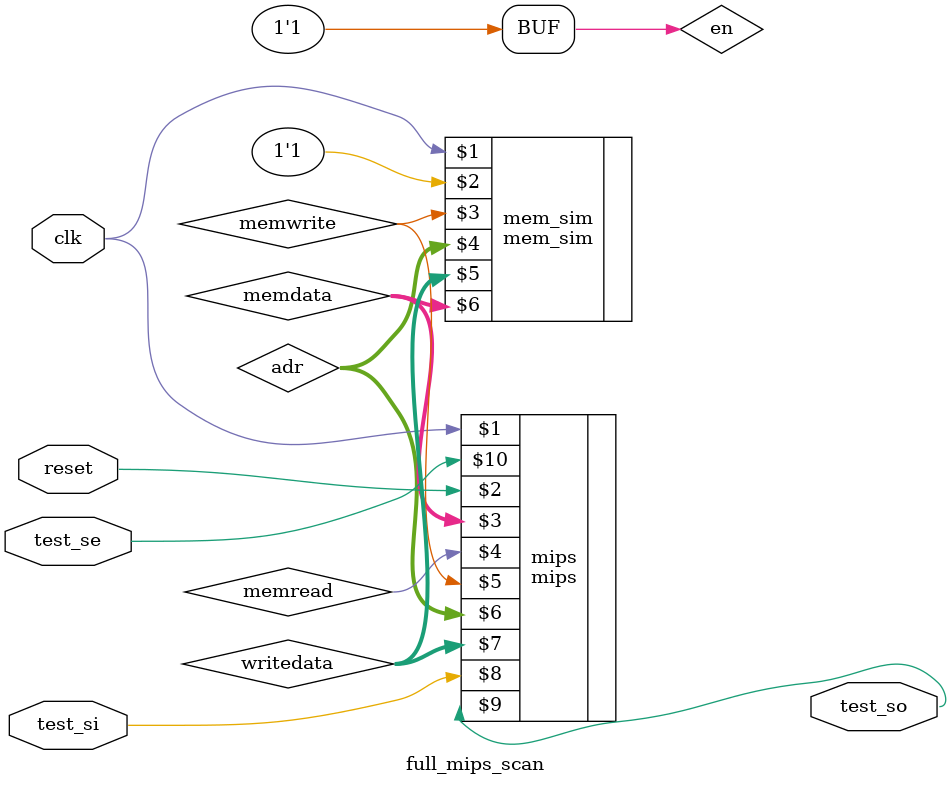
<source format=v>
module full_mips_scan (clk, reset, test_si, test_se, test_so);
   
	input clk, reset, test_si, test_se;

   wire    		memread;
	wire			memwrite;
   wire	[7:0] adr;
	wire	[7:0]	writedata;
   wire	[7:0] memdata;
   wire		   en = 1;
	output		test_so;		

   // instantiate the mips processor
   mips mips(clk, reset, memdata, memread, memwrite, adr, writedata, 
				 test_si, test_so, test_se);

   // instantiate memory for code and data
   mem_sim mem_sim(clk, en, memwrite, adr, writedata, memdata);

endmodule

</source>
